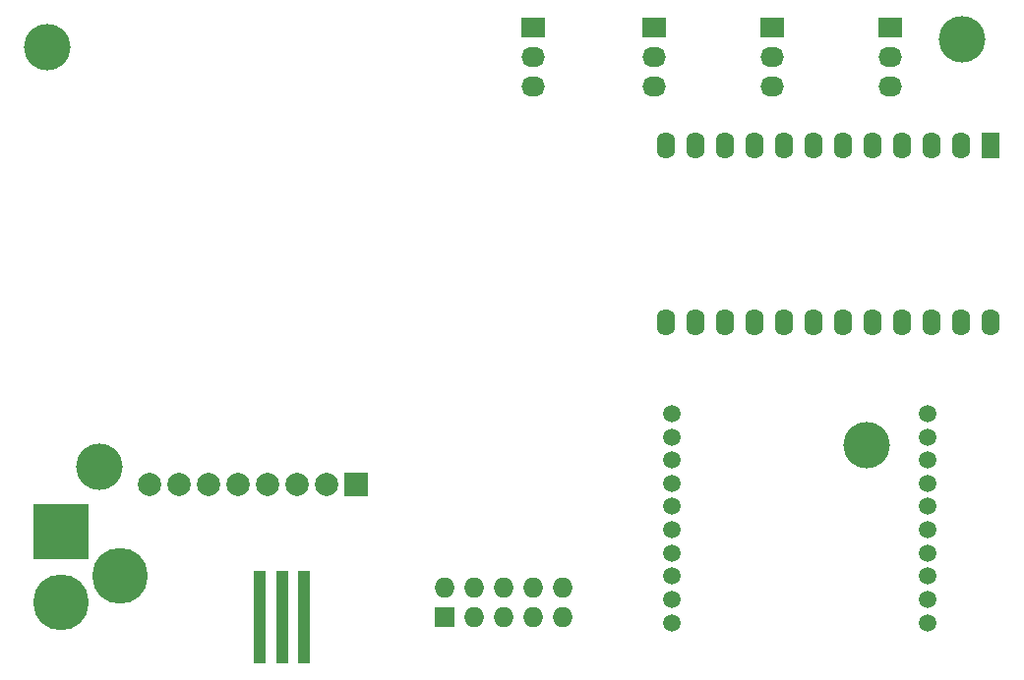
<source format=gbs>
G04 #@! TF.FileFunction,Soldermask,Bot*
%FSLAX46Y46*%
G04 Gerber Fmt 4.6, Leading zero omitted, Abs format (unit mm)*
G04 Created by KiCad (PCBNEW (2015-01-16 BZR 5376)-product) date 27/05/2015 14:11:43*
%MOMM*%
G01*
G04 APERTURE LIST*
%ADD10C,0.100000*%
%ADD11R,1.000000X8.000000*%
%ADD12C,2.000000*%
%ADD13R,2.000000X2.000000*%
%ADD14R,1.574800X2.286000*%
%ADD15O,1.574800X2.286000*%
%ADD16R,1.727200X1.727200*%
%ADD17O,1.727200X1.727200*%
%ADD18C,4.800600*%
%ADD19R,4.800600X4.800600*%
%ADD20R,2.032000X1.727200*%
%ADD21O,2.032000X1.727200*%
%ADD22C,1.500000*%
%ADD23C,4.000000*%
G04 APERTURE END LIST*
D10*
D11*
X114173000Y-125984000D03*
X116078000Y-125984000D03*
X117983000Y-125984000D03*
D12*
X104648000Y-114554000D03*
X107188000Y-114554000D03*
X109728000Y-114554000D03*
X112268000Y-114554000D03*
X114808000Y-114554000D03*
X117348000Y-114554000D03*
X119888000Y-114554000D03*
D13*
X122428000Y-114554000D03*
D14*
X177038000Y-85344000D03*
D15*
X174498000Y-85344000D03*
X171958000Y-85344000D03*
X169418000Y-85344000D03*
X166878000Y-85344000D03*
X164338000Y-85344000D03*
X161798000Y-85344000D03*
X159258000Y-85344000D03*
X156718000Y-85344000D03*
X154178000Y-85344000D03*
X151638000Y-85344000D03*
X149098000Y-85344000D03*
X149098000Y-100584000D03*
X151638000Y-100584000D03*
X154178000Y-100584000D03*
X156718000Y-100584000D03*
X159258000Y-100584000D03*
X161798000Y-100584000D03*
X164338000Y-100584000D03*
X166878000Y-100584000D03*
X169418000Y-100584000D03*
X171958000Y-100584000D03*
X174498000Y-100584000D03*
X177038000Y-100584000D03*
D16*
X130048000Y-125984000D03*
D17*
X130048000Y-123444000D03*
X132588000Y-125984000D03*
X132588000Y-123444000D03*
X135128000Y-125984000D03*
X135128000Y-123444000D03*
X137668000Y-125984000D03*
X137668000Y-123444000D03*
X140208000Y-125984000D03*
X140208000Y-123444000D03*
D18*
X97028000Y-124714000D03*
D19*
X97028000Y-118618000D03*
D18*
X102108000Y-122428000D03*
D20*
X148082000Y-75184000D03*
D21*
X148082000Y-77724000D03*
X148082000Y-80264000D03*
D20*
X158242000Y-75184000D03*
D21*
X158242000Y-77724000D03*
X158242000Y-80264000D03*
D20*
X168402000Y-75184000D03*
D21*
X168402000Y-77724000D03*
X168402000Y-80264000D03*
D20*
X137668000Y-75184000D03*
D21*
X137668000Y-77724000D03*
X137668000Y-80264000D03*
D22*
X171655000Y-126435000D03*
X171655000Y-124435000D03*
X171655000Y-122435000D03*
X171655000Y-120435000D03*
X171655000Y-118435000D03*
X171655000Y-116435000D03*
X171655000Y-114435000D03*
X171655000Y-112435000D03*
X171655000Y-110435000D03*
X171655000Y-108435000D03*
X149655000Y-108435000D03*
X149655000Y-110435000D03*
X149655000Y-112435000D03*
X149655000Y-114435000D03*
X149655000Y-116435000D03*
X149655000Y-118435000D03*
X149655000Y-120435000D03*
X149655000Y-122435000D03*
X149655000Y-124435000D03*
X149655000Y-126435000D03*
D23*
X95885000Y-76835000D03*
X174625000Y-76200000D03*
X100330000Y-113030000D03*
X166370000Y-111125000D03*
M02*

</source>
